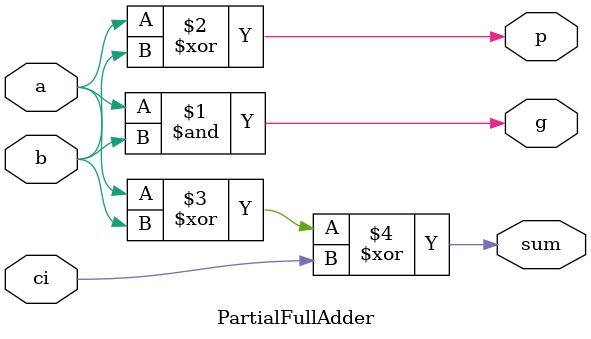
<source format=v>
`timescale 1ns/1ns

module PartialFullAdder(a, b, ci, sum, g, p);

input a, b, ci;
output sum, g, p;

assign #10 g = a & b;
assign #5 p = a ^ b;
assign #10 sum = a ^ b ^ ci;

endmodule

</source>
